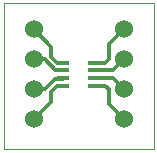
<source format=gtl>
G75*
%MOIN*%
%OFA0B0*%
%FSLAX25Y25*%
%IPPOS*%
%LPD*%
%AMOC8*
5,1,8,0,0,1.08239X$1,22.5*
%
%ADD10C,0.00000*%
%ADD11C,0.06000*%
%ADD12R,0.04331X0.01772*%
%ADD13C,0.01200*%
D10*
X0001000Y0001000D02*
X0001000Y0049701D01*
X0050921Y0049701D01*
X0050921Y0001000D01*
X0001000Y0001000D01*
D11*
X0011000Y0011000D03*
X0011000Y0021000D03*
X0011000Y0031000D03*
X0011000Y0041000D03*
X0041000Y0041000D03*
X0041000Y0031000D03*
X0041000Y0021000D03*
X0041000Y0011000D03*
D12*
X0031118Y0022161D03*
X0031118Y0024720D03*
X0031118Y0027280D03*
X0031118Y0029839D03*
X0020882Y0029839D03*
X0020882Y0027280D03*
X0020882Y0024720D03*
X0020882Y0022161D03*
D13*
X0018679Y0022161D01*
X0016759Y0020241D01*
X0016759Y0016759D01*
X0011000Y0011000D01*
X0011000Y0021000D02*
X0014689Y0021000D01*
X0018137Y0024447D01*
X0020609Y0024447D01*
X0020882Y0024720D01*
X0020882Y0027280D02*
X0020609Y0027553D01*
X0018137Y0027553D01*
X0014689Y0031000D01*
X0011000Y0031000D01*
X0016759Y0031759D02*
X0016759Y0035241D01*
X0011000Y0041000D01*
X0016759Y0031759D02*
X0018679Y0029839D01*
X0020882Y0029839D01*
X0031118Y0029839D02*
X0034839Y0029839D01*
X0036000Y0031000D01*
X0036000Y0036000D01*
X0041000Y0041000D01*
X0041000Y0031000D02*
X0037280Y0027280D01*
X0031118Y0027280D01*
X0031118Y0024720D02*
X0037280Y0024720D01*
X0041000Y0021000D01*
X0036000Y0021000D02*
X0036000Y0016000D01*
X0041000Y0011000D01*
X0036000Y0021000D02*
X0034839Y0022161D01*
X0031118Y0022161D01*
M02*

</source>
